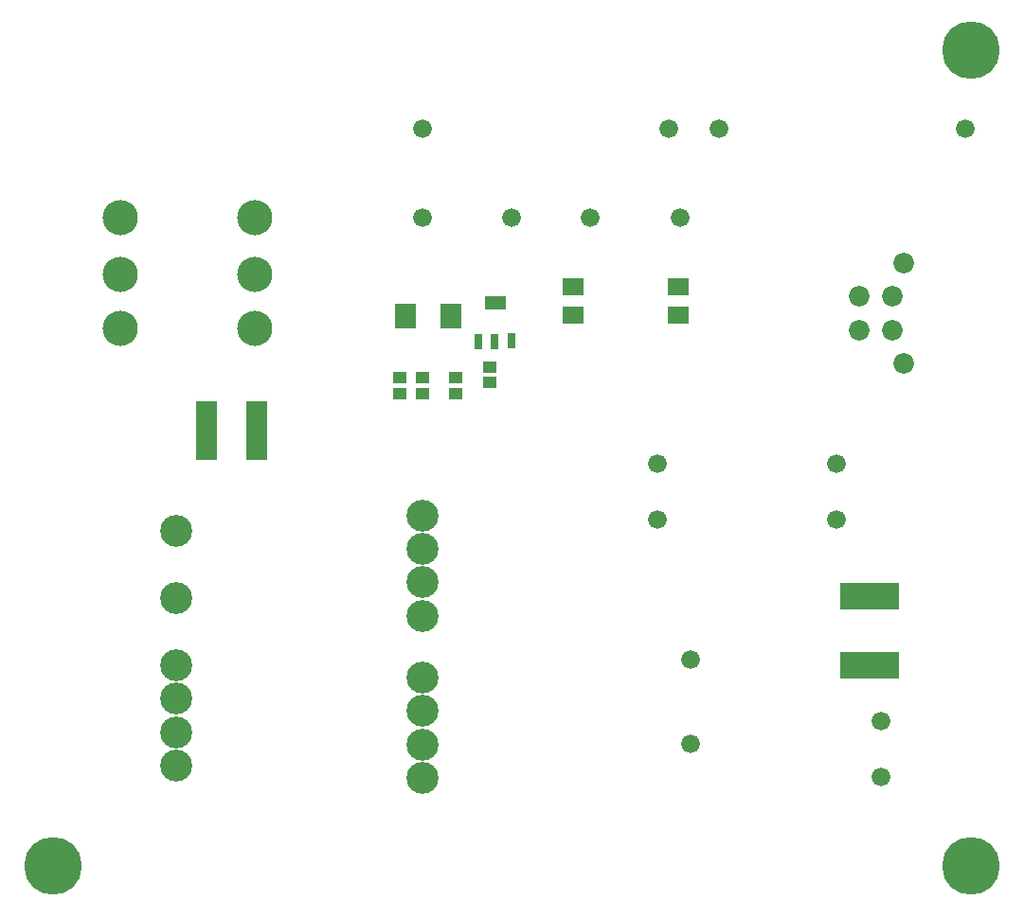
<source format=gts>
G04*
G04 #@! TF.GenerationSoftware,Altium Limited,Altium Designer,20.0.10 (225)*
G04*
G04 Layer_Color=8388736*
%FSLAX24Y24*%
%MOIN*%
G70*
G01*
G75*
%ADD21R,0.2106X0.0965*%
%ADD22R,0.0728X0.0630*%
%ADD23R,0.0728X0.2067*%
%ADD24R,0.0759X0.0909*%
%ADD25R,0.0276X0.0531*%
%ADD26R,0.0295X0.0531*%
%ADD27R,0.0748X0.0492*%
%ADD28R,0.0453X0.0433*%
%ADD29C,0.0728*%
%ADD30C,0.0659*%
%ADD31C,0.2028*%
%ADD32C,0.1240*%
%ADD33C,0.1122*%
D21*
X61024Y24094D02*
D03*
Y21654D02*
D03*
D22*
X54283Y33974D02*
D03*
Y34974D02*
D03*
X50582Y33974D02*
D03*
Y34974D02*
D03*
D23*
X37677Y29921D02*
D03*
X39449D02*
D03*
D24*
X46269Y33958D02*
D03*
X44669D02*
D03*
D25*
X47235Y33061D02*
D03*
X48425Y33071D02*
D03*
D26*
X47825Y33051D02*
D03*
D27*
X47835Y34431D02*
D03*
D28*
X46457Y31220D02*
D03*
Y31772D02*
D03*
X47638Y31614D02*
D03*
Y32165D02*
D03*
X45276Y31220D02*
D03*
Y31772D02*
D03*
X44488Y31220D02*
D03*
Y31772D02*
D03*
D29*
X62205Y32283D02*
D03*
Y35827D02*
D03*
X60630Y33465D02*
D03*
X61811D02*
D03*
X60630Y34646D02*
D03*
X61811D02*
D03*
D30*
X55709Y40551D02*
D03*
X64370D02*
D03*
X45276D02*
D03*
X53937D02*
D03*
X48425Y37402D02*
D03*
X45276D02*
D03*
X51181D02*
D03*
X54331D02*
D03*
X61417Y17717D02*
D03*
Y19685D02*
D03*
X54724Y18898D02*
D03*
Y21850D02*
D03*
X53543Y26772D02*
D03*
Y28740D02*
D03*
X59843Y26772D02*
D03*
Y28740D02*
D03*
D31*
X32283Y14567D02*
D03*
X64567D02*
D03*
Y43307D02*
D03*
D32*
X39370Y33504D02*
D03*
Y35433D02*
D03*
Y37402D02*
D03*
X34646Y33504D02*
D03*
Y35433D02*
D03*
Y37402D02*
D03*
D33*
X45276Y26929D02*
D03*
Y25748D02*
D03*
Y24567D02*
D03*
Y23386D02*
D03*
Y21220D02*
D03*
Y20039D02*
D03*
Y18858D02*
D03*
Y17677D02*
D03*
X36614Y26378D02*
D03*
Y24016D02*
D03*
Y21654D02*
D03*
Y20472D02*
D03*
Y19291D02*
D03*
Y18110D02*
D03*
M02*

</source>
